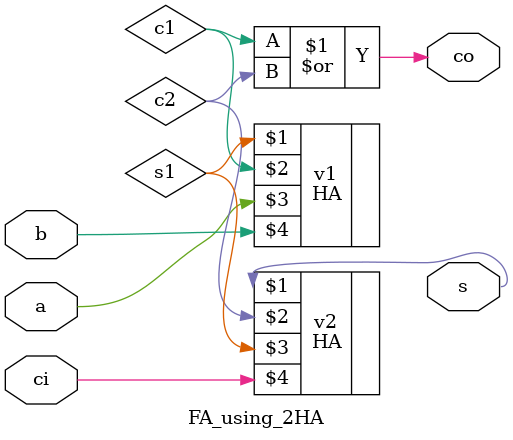
<source format=v>
`timescale 1ns / 1ps

module FA_using_2HA(a,b,ci,s,co);

input a,b,ci;
output s,co;

wire s1,c2,c1;

HA v1(s1,c1,a,b);
HA v2(s,c2,s1,ci);

or (co,c1,c2);



endmodule

/*
module half(a,b,s,c);

input a,b;
output s,c;

assign s=a^b;
assign c=a&b;

endmodule 
*/
</source>
